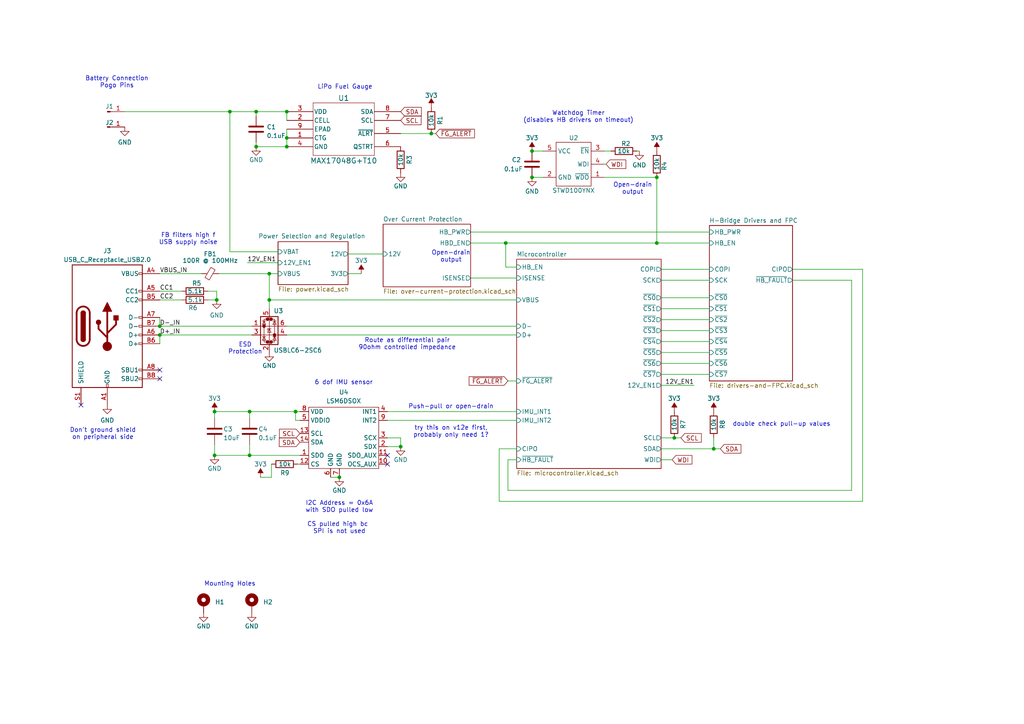
<source format=kicad_sch>
(kicad_sch (version 20231120) (generator "eeschema") (generator_version "8.0")
  (paper "A4")
  (lib_symbols
    (symbol "Connector:Conn_01x01_Pin" (pin_names (offset 1.016) hide)
      (property "Reference" "J" (at 0 2.54 0))
      (property "Value" "Conn_01x01_Pin" (at 0 -2.54 0))
      (symbol "Conn_01x01_Pin_1_1"
        (polyline (pts (xy 1.27 0) (xy 0.8636 0)) (stroke (width 0.1524)))
        (rectangle (start 0.8636 0.127) (end 0 -0.127) (stroke (width 0.1524)) (fill (type outline)))
        (pin passive line (at 5.08 0 180) (length 3.81) (name "Pin_1") (number "1"))
      )
    )
    (symbol "Connector:USB_C_Receptacle_USB2.0" (pin_names (offset 1.016))
      (property "Reference" "J6" (at 0 21.209 0))
      (property "Value" "USB_C_Receptacle_USB2.0" (at 0 18.669 0))
      (symbol "USB_C_Receptacle_USB2.0_0_0"
        (rectangle (start -0.254 -17.78) (end 0.254 -16.764))
        (rectangle (start 10.16 -14.986) (end 9.144 -15.494))
        (rectangle (start 10.16 -12.446) (end 9.144 -12.954))
        (rectangle (start 10.16 -4.826) (end 9.144 -5.334))
        (rectangle (start 10.16 -2.286) (end 9.144 -2.794))
        (rectangle (start 10.16 0.254) (end 9.144 -0.254))
        (rectangle (start 10.16 2.794) (end 9.144 2.286))
        (rectangle (start 10.16 7.874) (end 9.144 7.366))
        (rectangle (start 10.16 10.414) (end 9.144 9.906))
        (rectangle (start 10.16 15.494) (end 9.144 14.986))
      )
      (symbol "USB_C_Receptacle_USB2.0_0_1"
        (arc (start -8.89 -3.81) (mid -6.985 -5.7067) (end -5.08 -3.81) (stroke (width 0.508)))
        (arc (start -7.62 -3.81) (mid -6.985 -4.4423) (end -6.35 -3.81) (stroke (width 0.254)))
        (arc (start -7.62 -3.81) (mid -6.985 -4.4423) (end -6.35 -3.81) (stroke (width 0.254)) (fill (type outline)))
        (rectangle (start -7.62 -3.81) (end -6.35 3.81) (stroke (width 0.254)) (fill (type outline)))
        (arc (start -6.35 3.81) (mid -6.985 4.4423) (end -7.62 3.81) (stroke (width 0.254)))
        (arc (start -6.35 3.81) (mid -6.985 4.4423) (end -7.62 3.81) (stroke (width 0.254)) (fill (type outline)))
        (arc (start -5.08 3.81) (mid -6.985 5.7067) (end -8.89 3.81) (stroke (width 0.508)))
        (circle (center -2.54 1.143) (radius 0.635) (stroke (width 0.254)) (fill (type outline)))
        (circle (center 0 -5.842) (radius 1.27) (fill (type outline)))
        (polyline (pts (xy -8.89 -3.81) (xy -8.89 3.81)) (stroke (width 0.508)))
        (polyline (pts (xy -5.08 3.81) (xy -5.08 -3.81)) (stroke (width 0.508)))
        (polyline (pts (xy 0 -5.842) (xy 0 4.318)) (stroke (width 0.508)))
        (polyline (pts (xy 0 -3.302) (xy -2.54 -0.762) (xy -2.54 0.508)) (stroke (width 0.508)))
        (polyline (pts (xy 0 -2.032) (xy 2.54 0.508) (xy 2.54 1.778)) (stroke (width 0.508)))
        (polyline (pts (xy -1.27 4.318) (xy 0 6.858) (xy 1.27 4.318) (xy -1.27 4.318)) (stroke (width 0.254)) (fill (type outline)))
        (rectangle (start 1.905 1.778) (end 3.175 3.048) (stroke (width 0.254)) (fill (type outline)))
      )
      (symbol "USB_C_Receptacle_USB2.0_1_1"
        (rectangle (start -10.16 17.78) (end 10.16 -17.78) (stroke (width 0.254)))
        (pin passive line (at 0 -22.86 90) (length 5.08) (name "GND") (number "A1"))
        (pin passive line (at 0 -22.86 90) (length 5.08) hide (name "GND") (number "A12"))
        (pin passive line (at 15.24 15.24 180) (length 5.08) (name "VBUS") (number "A4"))
        (pin bidirectional line (at 15.24 10.16 180) (length 5.08) (name "CC1") (number "A5"))
        (pin bidirectional line (at 15.24 -2.54 180) (length 5.08) (name "D+") (number "A6"))
        (pin bidirectional line (at 15.24 2.54 180) (length 5.08) (name "D-") (number "A7"))
        (pin bidirectional line (at 15.24 -12.7 180) (length 5.08) (name "SBU1") (number "A8"))
        (pin passive line (at 15.24 15.24 180) (length 5.08) hide (name "VBUS") (number "A9"))
        (pin passive line (at 0 -22.86 90) (length 5.08) hide (name "GND") (number "B1"))
        (pin passive line (at 0 -22.86 90) (length 5.08) hide (name "GND") (number "B12"))
        (pin passive line (at 15.24 15.24 180) (length 5.08) hide (name "VBUS") (number "B4"))
        (pin bidirectional line (at 15.24 7.62 180) (length 5.08) (name "CC2") (number "B5"))
        (pin bidirectional line (at 15.24 -5.08 180) (length 5.08) (name "D+") (number "B6"))
        (pin bidirectional line (at 15.24 0 180) (length 5.08) (name "D-") (number "B7"))
        (pin bidirectional line (at 15.24 -15.24 180) (length 5.08) (name "SBU2") (number "B8"))
        (pin passive line (at 15.24 15.24 180) (length 5.08) hide (name "VBUS") (number "B9"))
        (pin passive line (at -7.62 -22.86 90) (length 5.08) (name "SHIELD") (number "S1"))
      )
    )
    (symbol "Device:C" (pin_numbers hide) (pin_names (offset 0.254))
      (property "Reference" "C" (at 0.635 2.54 0))
      (property "Value" "C" (at 0.635 -2.54 0))
      (symbol "C_0_1"
        (polyline (pts (xy -2.032 -0.762) (xy 2.032 -0.762)) (stroke (width 0.508)))
        (polyline (pts (xy -2.032 0.762) (xy 2.032 0.762)) (stroke (width 0.508)))
      )
      (symbol "C_1_1"
        (pin passive line (at 0 3.81 270) (length 2.794) (name "~") (number "1"))
        (pin passive line (at 0 -3.81 90) (length 2.794) (name "~") (number "2"))
      )
    )
    (symbol "Device:FerriteBead_Small" (pin_numbers hide) (pin_names (offset 0))
      (property "Reference" "FB" (at 1.905 1.27 0))
      (property "Value" "FerriteBead_Small" (at 1.905 -1.27 0))
      (symbol "FerriteBead_Small_0_1"
        (polyline (pts (xy 0 -1.27) (xy 0 -0.7874)))
        (polyline (pts (xy 0 0.889) (xy 0 1.2954)))
        (polyline (pts (xy -1.8288 0.2794) (xy -1.1176 1.4986) (xy 1.8288 -0.2032) (xy 1.1176 -1.4224) (xy -1.8288 0.2794)))
      )
      (symbol "FerriteBead_Small_1_1"
        (pin passive line (at 0 2.54 270) (length 1.27) (name "~") (number "1"))
        (pin passive line (at 0 -2.54 90) (length 1.27) (name "~") (number "2"))
      )
    )
    (symbol "Device:R" (pin_numbers hide) (pin_names (offset 0))
      (property "Reference" "R" (at 2.032 0 90))
      (property "Value" "R" (at 0 0 90))
      (symbol "R_0_1"
        (rectangle (start -1.016 -2.54) (end 1.016 2.54) (stroke (width 0.254)))
      )
      (symbol "R_1_1"
        (pin passive line (at 0 3.81 270) (length 1.27) (name "~") (number "1"))
        (pin passive line (at 0 -3.81 90) (length 1.27) (name "~") (number "2"))
      )
    )
    (symbol "Mechanical:MountingHole_Pad" (pin_numbers hide) (pin_names (offset 1.016) hide)
      (property "Reference" "H" (at 0 6.35 0))
      (property "Value" "MountingHole_Pad" (at 0 4.445 0))
      (symbol "MountingHole_Pad_0_1"
        (circle (center 0 1.27) (radius 1.27) (stroke (width 1.27)))
      )
      (symbol "MountingHole_Pad_1_1"
        (pin input line (at 0 -2.54 90) (length 2.54) (name "1") (number "1"))
      )
    )
    (symbol "Power_Protection:USBLC6-2SC6" (pin_names hide)
      (property "Reference" "U11" (at 1.6511 8.255 0))
      (property "Value" "USBLC6-2SC6" (at 1.6511 5.715 0))
      (symbol "USBLC6-2SC6_0_0"
        (circle (center -1.524 0) (radius 0.0001) (stroke (width 0.508)))
        (circle (center -0.508 -4.572) (radius 0.0001) (stroke (width 0.508)))
        (circle (center -0.508 2.032) (radius 0.0001) (stroke (width 0.508)))
        (circle (center 0.508 -4.572) (radius 0.0001) (stroke (width 0.508)))
        (circle (center 0.508 2.032) (radius 0.0001) (stroke (width 0.508)))
        (circle (center 1.524 -2.54) (radius 0.0001) (stroke (width 0.508)))
      )
      (symbol "USBLC6-2SC6_0_1"
        (polyline (pts (xy -2.54 -2.54) (xy 2.54 -2.54)))
        (polyline (pts (xy -2.54 0) (xy 2.54 0)))
        (polyline (pts (xy -2.032 -3.048) (xy -1.016 -3.048)))
        (polyline (pts (xy -1.016 1.524) (xy -2.032 1.524)))
        (polyline (pts (xy 1.016 -3.048) (xy 2.032 -3.048)))
        (polyline (pts (xy 1.016 1.524) (xy 2.032 1.524)))
        (polyline (pts (xy -0.508 -1.143) (xy -0.508 -0.762) (xy 0.508 -0.762)))
        (polyline (pts (xy -2.032 0.508) (xy -1.016 0.508) (xy -1.524 1.524) (xy -2.032 0.508)))
        (polyline (pts (xy -1.016 -4.064) (xy -2.032 -4.064) (xy -1.524 -3.048) (xy -1.016 -4.064)))
        (polyline (pts (xy 0.508 -1.778) (xy -0.508 -1.778) (xy 0 -0.762) (xy 0.508 -1.778)))
        (polyline (pts (xy 2.032 -4.064) (xy 1.016 -4.064) (xy 1.524 -3.048) (xy 2.032 -4.064)))
        (polyline (pts (xy 2.032 0.508) (xy 1.016 0.508) (xy 1.524 1.524) (xy 2.032 0.508)))
        (polyline (pts (xy 0 2.54) (xy -0.508 2.032) (xy 0.508 2.032) (xy 0 1.524) (xy 0 -4.064) (xy -0.508 -4.572) (xy 0.508 -4.572) (xy 0 -5.08)))
      )
      (symbol "USBLC6-2SC6_1_1"
        (rectangle (start -2.54 2.794) (end 2.54 -5.334) (stroke (width 0.254)))
        (polyline (pts (xy -0.508 2.032) (xy -1.524 2.032) (xy -1.524 -4.572) (xy -0.508 -4.572)))
        (polyline (pts (xy 0.508 -4.572) (xy 1.524 -4.572) (xy 1.524 2.032) (xy 0.508 2.032)))
        (pin passive line (at -5.08 0 0) (length 2.54) (name "I/O1") (number "1"))
        (pin passive line (at 0 -7.62 90) (length 2.54) (name "GND") (number "2"))
        (pin passive line (at -5.08 -2.54 0) (length 2.54) (name "I/O2") (number "3"))
        (pin passive line (at 5.08 -2.54 180) (length 2.54) (name "I/O2") (number "4"))
        (pin passive line (at 0 5.08 270) (length 2.54) (name "VBUS") (number "5"))
        (pin passive line (at 5.08 0 180) (length 2.54) (name "I/O1") (number "6"))
      )
    )
    (symbol "power:GND" (power) (pin_names (offset 0))
      (property "Value" "GND" (at 0 -3.81 0))
      (symbol "GND_0_1"
        (polyline (pts (xy 0 0) (xy 0 -1.27) (xy 1.27 -1.27) (xy 0 -2.54) (xy -1.27 -1.27) (xy 0 -1.27)))
      )
      (symbol "GND_1_1"
        (pin power_in line (at 0 0 270) (length 0) hide (name "GND") (number "1"))
      )
    )
    (symbol "v12e:3V3" (power) (pin_names (offset 0))
      (property "Value" "3V3" (at 0 3.81 0))
      (symbol "3V3_0_1"
        (polyline (pts (xy 0 0) (xy 0 2.54)))
        (polyline (pts (xy 0.762 1.27) (xy -0.762 1.27) (xy 0 2.54) (xy 0.762 1.27)) (fill (type outline)))
      )
      (symbol "3V3_1_1"
        (pin power_in line (at 0 0 90) (length 0) hide (name "3V3") (number "1"))
      )
    )
    (symbol "v12e:LSM6DSOX"
      (property "Reference" "U" (at -8.89 10.16 0))
      (symbol "LSM6DSOX_0_1"
        (polyline (pts (xy -10.16 8.89) (xy -10.16 -8.89) (xy 10.16 -8.89) (xy 10.16 8.89) (xy -10.16 8.89)))
      )
      (symbol "LSM6DSOX_1_1"
        (pin input line (at -12.7 -5.08 0) (length 2.54) (name "SDO") (number "1"))
        (pin input line (at 12.7 -7.62 180) (length 2.54) (name "OCS_AUX") (number "10"))
        (pin input line (at 12.7 -5.08 180) (length 2.54) (name "SDO_AUX") (number "11"))
        (pin input line (at -12.7 -7.62 0) (length 2.54) (name "CS") (number "12"))
        (pin input line (at -12.7 1.27 0) (length 2.54) (name "SCL") (number "13"))
        (pin input line (at -12.7 -1.27 0) (length 2.54) (name "SDA") (number "14"))
        (pin input line (at 12.7 -2.54 180) (length 2.54) (name "SDX") (number "2"))
        (pin input line (at 12.7 0 180) (length 2.54) (name "SCX") (number "3"))
        (pin input line (at 12.7 7.62 180) (length 2.54) (name "INT1") (number "4"))
        (pin input line (at -12.7 5.08 0) (length 2.54) (name "VDDIO") (number "5"))
        (pin input line (at -3.81 -11.43 90) (length 2.54) (name "GND") (number "6"))
        (pin input line (at -1.27 -11.43 90) (length 2.54) (name "GND") (number "7"))
        (pin input line (at -12.7 7.62 0) (length 2.54) (name "VDD") (number "8"))
        (pin input line (at 12.7 5.08 180) (length 2.54) (name "INT2") (number "9"))
      )
    )
    (symbol "v12e:MAX17048G+T10" (pin_names (offset 0.254))
      (property "Reference" "U" (at 0 8.89 0))
      (property "Value" "MAX17048G+T10" (at 0 -10.16 0))
      (symbol "MAX17048G+T10_0_1"
        (polyline (pts (xy -8.89 -7.62) (xy 8.89 -7.62)) (stroke (width 0.127)))
        (polyline (pts (xy -8.89 7.62) (xy -8.89 -7.62)) (stroke (width 0.127)))
        (polyline (pts (xy 8.89 -7.62) (xy 8.89 7.62)) (stroke (width 0.127)))
        (polyline (pts (xy 8.89 7.62) (xy -8.89 7.62)) (stroke (width 0.127)))
        (pin unspecified line (at -16.51 -2.54 0) (length 7.62) (name "CTG") (number "1"))
        (pin unspecified line (at -16.51 2.54 0) (length 7.62) (name "CELL") (number "2"))
        (pin power_in line (at -16.51 5.08 0) (length 7.62) (name "VDD") (number "3"))
        (pin power_in line (at -16.51 -5.08 0) (length 7.62) (name "GND") (number "4"))
        (pin input line (at 16.51 -5.08 180) (length 7.62) (name "QSTRT") (number "6"))
        (pin input line (at 16.51 2.54 180) (length 7.62) (name "SCL") (number "7"))
        (pin bidirectional line (at 16.51 5.08 180) (length 7.62) (name "SDA") (number "8"))
        (pin unspecified line (at -16.51 0 0) (length 7.62) (name "EPAD") (number "9"))
      )
      (symbol "MAX17048G+T10_1_1"
        (pin output line (at 16.51 -1.27 180) (length 7.62) (name "~{ALRT}") (number "5"))
      )
    )
    (symbol "v12e:STWD100"
      (property "Reference" "U" (at 0 7.62 0))
      (property "Value" "STWD100" (at 0 -7.62 0))
      (symbol "STWD100_0_1"
        (rectangle (start -5.08 6.35) (end 5.08 -6.35))
      )
      (symbol "STWD100_1_1"
        (pin output line (at 8.89 -3.81 180) (length 3.81) (name "~{WDO}") (number "1"))
        (pin power_in line (at -8.89 -3.81 0) (length 3.81) (name "GND") (number "2"))
        (pin input line (at 8.89 3.81 180) (length 3.81) (name "~{EN}") (number "3"))
        (pin input line (at 8.89 0 180) (length 3.81) (name "WDI") (number "4"))
        (pin power_in line (at -8.89 3.81 0) (length 3.81) (name "VCC") (number "5"))
      )
    )
    (symbol "v12e_driver:3V3" (power) (pin_names (offset 0))
      (property "Value" "3V3" (at 0 3.81 0))
      (symbol "3V3_0_1"
        (polyline (pts (xy 0 0) (xy 0 2.54)))
        (polyline (pts (xy 0.762 1.27) (xy -0.762 1.27) (xy 0 2.54) (xy 0.762 1.27)) (fill (type outline)))
      )
      (symbol "3V3_1_1"
        (pin power_in line (at 0 0 90) (length 0) hide (name "3V3") (number "1"))
      )
    )
  )
  (junction (at 83.185 32.385))
  (junction (at 72.39 119.38))
  (junction (at 46.355 94.615))
  (junction (at 85.725 119.38))
  (junction (at 78.105 79.375))
  (junction (at 154.305 43.815))
  (junction (at 62.865 86.995))
  (junction (at 46.355 97.155))
  (junction (at 83.185 40.005))
  (junction (at 146.685 70.485))
  (junction (at 125.095 38.735))
  (junction (at 190.5 51.435))
  (junction (at 66.675 32.385))
  (junction (at 195.58 127))
  (junction (at 154.305 51.435))
  (junction (at 62.23 132.08))
  (junction (at 74.295 32.385))
  (junction (at 207.01 130.175))
  (junction (at 78.105 86.995))
  (junction (at 190.5 70.485))
  (junction (at 74.295 42.545))
  (junction (at 98.425 138.43))
  (junction (at 116.205 129.54))
  (junction (at 72.39 132.08))
  (junction (at 83.185 42.545))
  (junction (at 62.23 119.38))
  (no_connect (at 112.395 134.62))
  (no_connect (at 112.395 132.08))
  (no_connect (at 23.495 117.475))
  (no_connect (at 46.355 109.855))
  (no_connect (at 46.355 107.315))
  (wire (pts (xy 154.305 51.435) (xy 157.48 51.435)))
  (wire (pts (xy 83.185 40.005) (xy 83.185 42.545)))
  (wire (pts (xy 71.755 76.2) (xy 80.645 76.2)))
  (wire (pts (xy 74.295 41.275) (xy 74.295 42.545)))
  (wire (pts (xy 136.525 80.645) (xy 149.86 80.645)))
  (wire (pts (xy 78.74 138.43) (xy 75.565 138.43)))
  (wire (pts (xy 146.685 70.485) (xy 190.5 70.485)))
  (wire (pts (xy 116.205 127) (xy 116.205 129.54)))
  (wire (pts (xy 78.105 79.375) (xy 80.645 79.375)))
  (wire (pts (xy 136.525 70.485) (xy 146.685 70.485)))
  (wire (pts (xy 191.77 133.35) (xy 194.945 133.35)))
  (wire (pts (xy 46.355 97.155) (xy 73.025 97.155)))
  (wire (pts (xy 147.32 133.35) (xy 149.86 133.35)))
  (wire (pts (xy 72.39 121.285) (xy 72.39 119.38)))
  (wire (pts (xy 190.5 51.435) (xy 190.5 70.485)))
  (wire (pts (xy 78.74 134.62) (xy 78.74 138.43)))
  (wire (pts (xy 46.355 92.075) (xy 46.355 94.615)))
  (wire (pts (xy 191.77 105.41) (xy 205.74 105.41)))
  (wire (pts (xy 62.865 84.455) (xy 62.865 86.995)))
  (wire (pts (xy 86.36 134.62) (xy 86.995 134.62)))
  (wire (pts (xy 207.01 130.175) (xy 208.915 130.175)))
  (wire (pts (xy 74.295 32.385) (xy 83.185 32.385)))
  (wire (pts (xy 63.5 79.375) (xy 78.105 79.375)))
  (wire (pts (xy 100.965 73.66) (xy 111.125 73.66)))
  (wire (pts (xy 149.86 130.175) (xy 144.78 130.175)))
  (wire (pts (xy 146.685 77.47) (xy 146.685 70.485)))
  (wire (pts (xy 191.77 81.28) (xy 205.74 81.28)))
  (wire (pts (xy 85.725 121.92) (xy 86.995 121.92)))
  (wire (pts (xy 74.295 42.545) (xy 83.185 42.545)))
  (wire (pts (xy 112.395 119.38) (xy 149.86 119.38)))
  (wire (pts (xy 66.675 32.385) (xy 74.295 32.385)))
  (wire (pts (xy 112.395 121.92) (xy 149.86 121.92)))
  (wire (pts (xy 112.395 127) (xy 116.205 127)))
  (wire (pts (xy 72.39 119.38) (xy 85.725 119.38)))
  (wire (pts (xy 191.77 99.06) (xy 205.74 99.06)))
  (wire (pts (xy 136.525 67.31) (xy 205.74 67.31)))
  (wire (pts (xy 83.185 97.155) (xy 149.86 97.155)))
  (wire (pts (xy 191.77 89.535) (xy 205.74 89.535)))
  (wire (pts (xy 62.23 128.905) (xy 62.23 132.08)))
  (wire (pts (xy 147.32 110.49) (xy 149.86 110.49)))
  (wire (pts (xy 177.165 43.815) (xy 175.26 43.815)))
  (wire (pts (xy 66.675 73.025) (xy 80.645 73.025)))
  (wire (pts (xy 46.355 84.455) (xy 52.705 84.455)))
  (wire (pts (xy 185.42 43.815) (xy 184.785 43.815)))
  (wire (pts (xy 191.77 127) (xy 195.58 127)))
  (wire (pts (xy 46.355 97.155) (xy 46.355 99.695)))
  (wire (pts (xy 78.105 79.375) (xy 78.105 86.995)))
  (wire (pts (xy 175.26 51.435) (xy 190.5 51.435)))
  (wire (pts (xy 250.19 145.415) (xy 250.19 78.105)))
  (wire (pts (xy 72.39 132.08) (xy 86.995 132.08)))
  (wire (pts (xy 60.325 86.995) (xy 62.865 86.995)))
  (wire (pts (xy 62.23 119.38) (xy 72.39 119.38)))
  (wire (pts (xy 125.095 38.735) (xy 126.365 38.735)))
  (wire (pts (xy 191.77 111.76) (xy 201.295 111.76)))
  (wire (pts (xy 100.965 79.375) (xy 104.775 79.375)))
  (wire (pts (xy 95.885 138.43) (xy 98.425 138.43)))
  (wire (pts (xy 191.77 95.885) (xy 205.74 95.885)))
  (wire (pts (xy 60.325 84.455) (xy 62.865 84.455)))
  (wire (pts (xy 62.23 132.08) (xy 72.39 132.08)))
  (wire (pts (xy 149.86 77.47) (xy 146.685 77.47)))
  (wire (pts (xy 78.105 86.995) (xy 149.86 86.995)))
  (wire (pts (xy 83.185 32.385) (xy 83.185 34.925)))
  (wire (pts (xy 46.355 79.375) (xy 58.42 79.375)))
  (wire (pts (xy 78.105 86.995) (xy 78.105 89.535)))
  (wire (pts (xy 147.32 142.24) (xy 147.32 133.35)))
  (wire (pts (xy 191.77 86.36) (xy 205.74 86.36)))
  (wire (pts (xy 191.77 92.71) (xy 205.74 92.71)))
  (wire (pts (xy 46.355 86.995) (xy 52.705 86.995)))
  (wire (pts (xy 250.19 78.105) (xy 229.87 78.105)))
  (wire (pts (xy 144.78 145.415) (xy 250.19 145.415)))
  (wire (pts (xy 175.26 47.625) (xy 175.768 47.625)))
  (wire (pts (xy 46.355 94.615) (xy 73.025 94.615)))
  (wire (pts (xy 62.23 121.285) (xy 62.23 119.38)))
  (wire (pts (xy 229.87 81.28) (xy 247.015 81.28)))
  (wire (pts (xy 116.205 38.735) (xy 125.095 38.735)))
  (wire (pts (xy 83.185 94.615) (xy 149.86 94.615)))
  (wire (pts (xy 247.015 142.24) (xy 147.32 142.24)))
  (wire (pts (xy 191.77 130.175) (xy 207.01 130.175)))
  (wire (pts (xy 191.77 108.585) (xy 205.74 108.585)))
  (wire (pts (xy 74.295 32.385) (xy 74.295 33.655)))
  (wire (pts (xy 157.48 43.815) (xy 154.305 43.815)))
  (wire (pts (xy 191.77 102.235) (xy 205.74 102.235)))
  (wire (pts (xy 36.195 32.385) (xy 66.675 32.385)))
  (wire (pts (xy 72.39 128.905) (xy 72.39 132.08)))
  (wire (pts (xy 83.185 37.465) (xy 83.185 40.005)))
  (wire (pts (xy 144.78 130.175) (xy 144.78 145.415)))
  (wire (pts (xy 85.725 119.38) (xy 86.995 119.38)))
  (wire (pts (xy 195.58 127) (xy 197.485 127)))
  (wire (pts (xy 191.77 78.105) (xy 205.74 78.105)))
  (wire (pts (xy 85.725 119.38) (xy 85.725 121.92)))
  (wire (pts (xy 190.5 70.485) (xy 205.74 70.485)))
  (wire (pts (xy 112.395 129.54) (xy 116.205 129.54)))
  (wire (pts (xy 66.675 73.025) (xy 66.675 32.385)))
  (wire (pts (xy 247.015 81.28) (xy 247.015 142.24)))
  (wire (pts (xy 207.01 127) (xy 207.01 130.175)))
  (text "Watchdog Timer\n(disables HB drivers on timeout)" (at 167.767 35.687 0) (effects (font (size 1.27 1.27)) (justify bottom)))
  (text "try this on v12e first,\nprobably only need 1?" (at 130.81 127 0) (effects (font (size 1.27 1.27)) (justify bottom)))
  (text "double check pull-up values" (at 226.695 123.825 0) (effects (font (size 1.27 1.27)) (justify bottom)))
  (text "LiPo Fuel Gauge" (at 92.075 26.035 0) (effects (font (size 1.27 1.27)) (justify left bottom)))
  (text "ESD\nProtection" (at 71.12 102.87 0) (effects (font (size 1.27 1.27)) (justify bottom)))
  (text "6 dof IMU sensor" (at 99.695 111.76 0) (effects (font (size 1.27 1.27)) (justify bottom)))
  (text "Don't ground shield\non peripheral side" (at 29.845 127.635 0) (effects (font (size 1.27 1.27)) (justify bottom)))
  (text "Open-drain\noutput" (at 130.81 76.2 0) (effects (font (size 1.27 1.27)) (justify bottom)))
  (text "I2C Address = 0x6A\nwith SDO pulled low\n\nCS pulled high bc \nSPI is not used" (at 98.425 154.94 0) (effects (font (size 1.27 1.27)) (justify bottom)))
  (text "Mounting Holes" (at 66.675 170.18 0) (effects (font (size 1.27 1.27)) (justify bottom)))
  (text "Battery Connection\nPogo Pins" (at 33.909 25.654 0) (effects (font (size 1.27 1.27)) (justify bottom)))
  (text "Route as differential pair\n90ohm controlled impedance" (at 118.11 101.6 0) (effects (font (size 1.27 1.27)) (justify bottom)))
  (text "Push-pull or open-drain" (at 130.81 118.745 0) (effects (font (size 1.27 1.27)) (justify bottom)))
  (text "Open-drain\noutput" (at 183.515 56.515 0) (effects (font (size 1.27 1.27)) (justify bottom)))
  (text "FB filters high f\nUSB supply noise" (at 54.61 71.12 0) (effects (font (size 1.27 1.27)) (justify bottom)))
  (label "CC2" (at 46.355 86.995 0))
  (label "VBUS_IN" (at 46.355 79.375 0))
  (label "D+_IN" (at 46.355 97.155 0))
  (label "CC1" (at 46.355 84.455 0))
  (label "12V_EN1" (at 201.295 111.76 180))
  (label "12V_EN1" (at 71.755 76.2 0))
  (label "D-_IN" (at 46.355 94.615 0))
  (global_label "SDA" (shape input) (at 208.915 130.175 0) (property "Intersheetrefs" "${INTERSHEET_REFS}" (effects (hide yes))))
  (global_label "WDI" (shape input) (at 194.945 133.35 0) (property "Intersheetrefs" "${INTERSHEET_REFS}" (effects (hide yes))))
  (global_label "~{FG_ALERT}" (shape input) (at 126.365 38.735 0) (property "Intersheetrefs" "${INTERSHEET_REFS}" (effects (hide yes))))
  (global_label "SCL" (shape input) (at 197.485 127 0) (property "Intersheetrefs" "${INTERSHEET_REFS}" (effects (hide yes))))
  (global_label "SDA" (shape input) (at 86.995 128.27 180) (property "Intersheetrefs" "${INTERSHEET_REFS}" (effects (hide yes))))
  (global_label "WDI" (shape input) (at 175.768 47.625 0) (property "Intersheetrefs" "${INTERSHEET_REFS}" (effects (hide yes))))
  (global_label "~{FG_ALERT}" (shape input) (at 147.32 110.49 180) (property "Intersheetrefs" "${INTERSHEET_REFS}" (effects (hide yes))))
  (global_label "SCL" (shape input) (at 86.995 125.73 180) (property "Intersheetrefs" "${INTERSHEET_REFS}" (effects (hide yes))))
  (global_label "SDA" (shape input) (at 116.205 32.385 0) (property "Intersheetrefs" "${INTERSHEET_REFS}" (effects (hide yes))))
  (global_label "SCL" (shape input) (at 116.205 34.925 0) (property "Intersheetrefs" "${INTERSHEET_REFS}" (effects (hide yes))))
  (symbol (lib_id "Device:C") (at 62.23 125.095 0) (unit 1)
    (property "Reference" "C3" (at 64.77 124.46 0) (effects (justify left)))
    (property "Value" "10uF" (at 64.77 127 0) (effects (justify left)))
    (property "Footprint" "Capacitor_SMD:C_0402_1005Metric" (effects (hide yes)))
    (property "JLCPCB Part #" "C15525" (effects (hide yes)))
  )
  (symbol (lib_id "Connector:USB_C_Receptacle_USB2.0") (at 31.115 94.615 0) (unit 1)
    (property "Reference" "J3" (at 31.115 72.771 0))
    (property "Value" "USB_C_Receptacle_USB2.0" (at 31.115 75.311 0))
    (property "Footprint" "Connector_USB:USB_C_Receptacle_G-Switch_GT-USB-7010ASV" (effects (hide yes)))
    (property "Datasheet" "https://www.usb.org/sites/default/files/documents/usb_type-c.zip" (effects (hide yes)))
    (property "JLCPCB Part #" "C2988369" (effects (hide yes)))
  )
  (symbol (lib_id "Mechanical:MountingHole_Pad") (at 59.055 175.26 0) (unit 1) (in_bom no)
    (property "Reference" "H1" (at 62.357 174.625 0) (effects (justify left)))
    (property "Value" "MountingHole_Pad" (effects (hide yes)))
    (property "Footprint" "nrf52-controller:MountingHole_1.8mm_M1.6_Pad_TopBottom" (effects (hide yes)))
  )
  (symbol (lib_id "power:GND") (at 78.105 102.235 0) (unit 1)
    (property "Reference" "#PWR011" (effects (hide yes)))
    (property "Value" "GND" (at 78.105 106.045 0))
  )
  (symbol (lib_id "power:GND") (at 59.055 177.8 0) (unit 1)
    (property "Reference" "#PWR020" (effects (hide yes)))
    (property "Value" "GND" (at 59.055 181.61 0))
  )
  (symbol (lib_id "power:GND") (at 73.025 177.8 0) (unit 1)
    (property "Reference" "#PWR021" (effects (hide yes)))
    (property "Value" "GND" (at 73.025 181.61 0))
  )
  (symbol (lib_id "power:GND") (at 116.205 129.54 0) (unit 1)
    (property "Reference" "#PWR016" (effects (hide yes)))
    (property "Value" "GND" (at 116.205 133.35 0))
  )
  (symbol (lib_id "power:GND") (at 154.305 51.435 0) (unit 1)
    (property "Reference" "#PWR08" (effects (hide yes)))
    (property "Value" "GND" (at 154.305 55.499 0))
  )
  (symbol (lib_id "Device:C") (at 74.295 37.465 0) (unit 1)
    (property "Reference" "C1" (at 77.343 36.83 0) (effects (justify left)))
    (property "Value" "0.1uF" (at 77.343 39.37 0) (effects (justify left)))
    (property "Footprint" "Capacitor_SMD:C_0402_1005Metric" (effects (hide yes)))
    (property "JLCPCB Part #" "C880603" (effects (hide yes)))
  )
  (symbol (lib_id "power:GND") (at 36.195 36.83 0) (unit 1)
    (property "Reference" "#PWR02" (effects (hide yes)))
    (property "Value" "GND" (at 36.195 41.275 0))
  )
  (symbol (lib_id "v12e_driver:3V3") (at 190.5 43.815 0) (unit 1)
    (property "Reference" "#PWR06" (effects (hide yes)))
    (property "Value" "3V3" (at 190.5 40.005 0))
  )
  (symbol (lib_id "Device:R") (at 56.515 86.995 270) (unit 1)
    (property "Reference" "R6" (at 54.61 89.281 90) (effects (justify left)))
    (property "Value" "5.1k" (at 54.483 86.995 90) (effects (justify left)))
    (property "Footprint" "Resistor_SMD:R_0402_1005Metric" (effects (hide yes)))
    (property "JLCPCB Part #" "C25905" (effects (hide yes)))
  )
  (symbol (lib_id "power:GND") (at 98.425 138.43 0) (unit 1)
    (property "Reference" "#PWR019" (effects (hide yes)))
    (property "Value" "GND" (at 98.425 142.24 0))
  )
  (symbol (lib_id "power:GND") (at 31.115 117.475 0) (unit 1)
    (property "Reference" "#PWR012" (effects (hide yes)))
    (property "Value" "GND" (at 31.115 121.92 0))
  )
  (symbol (lib_id "Device:R") (at 56.515 84.455 90) (unit 1)
    (property "Reference" "R5" (at 58.42 82.169 90) (effects (justify left)))
    (property "Value" "5.1k" (at 58.674 84.455 90) (effects (justify left)))
    (property "Footprint" "Resistor_SMD:R_0402_1005Metric" (effects (hide yes)))
    (property "JLCPCB Part #" "C25905" (effects (hide yes)))
  )
  (symbol (lib_id "power:GND") (at 74.295 42.545 0) (unit 1)
    (property "Reference" "#PWR03" (effects (hide yes)))
    (property "Value" "GND" (at 74.295 46.355 0))
  )
  (symbol (lib_id "Device:FerriteBead_Small") (at 60.96 79.375 90) (unit 1)
    (property "Reference" "FB1" (at 60.96 73.66 90))
    (property "Value" "100R @ 100MHz" (at 60.96 75.565 90))
    (property "Footprint" "Capacitor_SMD:C_0805_2012Metric" (effects (hide yes)))
    (property "Description" "Ferrite bead, small symbol" (effects (hide yes)))
    (property "JLCPCB Part #" "C1015" (effects (hide yes)))
  )
  (symbol (lib_id "v12e:3V3") (at 125.095 31.115 0) (unit 1)
    (property "Reference" "#PWR01" (effects (hide yes)))
    (property "Value" "3V3" (at 125.095 27.686 0))
  )
  (symbol (lib_id "Device:R") (at 125.095 34.925 0) (unit 1)
    (property "Reference" "R1" (at 127.635 34.925 90))
    (property "Value" "10k" (at 125.095 34.925 90))
    (property "Footprint" "Resistor_SMD:R_0402_1005Metric" (effects (hide yes)))
    (property "JLCPCB Part #" "C25744" (effects (hide yes)))
  )
  (symbol (lib_id "v12e_driver:3V3") (at 104.775 79.375 0) (unit 1)
    (property "Reference" "#PWR09" (effects (hide yes)))
    (property "Value" "3V3" (at 104.775 75.565 0))
  )
  (symbol (lib_id "Connector:Conn_01x01_Pin") (at 31.115 32.385 0) (unit 1)
    (property "Reference" "J1" (at 31.75 30.861 0))
    (property "Value" "Conn_01x01_Pin" (effects (hide yes)))
    (property "Footprint" "nrf52-controller:POGO_2mm-base_0.9mm-through-hole" (effects (hide yes)))
    (property "JLCPCB Part #" "C5157348" (effects (hide yes)))
  )
  (symbol (lib_id "v12e_driver:3V3") (at 195.58 119.38 0) (unit 1)
    (property "Reference" "#PWR014" (effects (hide yes)))
    (property "Value" "3V3" (at 195.58 115.57 0))
  )
  (symbol (lib_id "v12e_driver:3V3") (at 75.565 138.43 0) (unit 1)
    (property "Reference" "#PWR018" (effects (hide yes)))
    (property "Value" "3V3" (at 75.565 134.62 0))
  )
  (symbol (lib_id "Device:R") (at 82.55 134.62 270) (unit 1)
    (property "Reference" "R9" (at 81.28 137.16 90) (effects (justify left)))
    (property "Value" "10k" (at 80.772 134.62 90) (effects (justify left)))
    (property "Footprint" "Resistor_SMD:R_0402_1005Metric" (effects (hide yes)))
    (property "JLCPCB Part #" "C25744" (effects (hide yes)))
  )
  (symbol (lib_id "v12e:STWD100") (at 166.37 47.625 0) (unit 1)
    (property "Reference" "U2" (at 166.37 40.005 0))
    (property "Value" "STWD100YNX" (at 166.37 55.245 0))
    (property "Footprint" "Package_TO_SOT_SMD:SOT-23-5" (effects (hide yes)))
    (property "Datasheet" "https://www.st.com/content/ccc/resource/technical/document/datasheet/06/6a/b3/83/9a/c7/4f/22/CD00176077.pdf/files/CD00176077.pdf/jcr:content/translations/en.CD00176077.pdf" (effects (hide yes)))
    (property "JLCPCB Part #" "C1354132" (effects (hide yes)))
  )
  (symbol (lib_id "Device:R") (at 180.975 43.815 90) (unit 1)
    (property "Reference" "R2" (at 182.88 41.656 90) (effects (justify left)))
    (property "Value" "10k" (at 182.753 43.815 90) (effects (justify left)))
    (property "Footprint" "Resistor_SMD:R_0402_1005Metric" (effects (hide yes)))
    (property "JLCPCB Part #" "C25744" (effects (hide yes)))
  )
  (symbol (lib_id "v12e_driver:3V3") (at 62.23 119.38 0) (unit 1)
    (property "Reference" "#PWR013" (effects (hide yes)))
    (property "Value" "3V3" (at 62.23 115.57 0))
  )
  (symbol (lib_id "power:GND") (at 62.23 132.08 0) (unit 1)
    (property "Reference" "#PWR017" (effects (hide yes)))
    (property "Value" "GND" (at 62.23 135.89 0))
  )
  (symbol (lib_id "v12e:MAX17048G+T10") (at 99.695 37.465 0) (unit 1)
    (property "Reference" "U1" (at 99.695 28.448 0) (effects (font (size 1.524 1.524))))
    (property "Value" "MAX17048G+T10" (at 99.695 46.609 0) (effects (font (size 1.524 1.524))))
    (property "Footprint" "nrf52-controller:21-0168E_T822-3_MXM" (effects (hide yes)))
    (property "Datasheet" "MAX17048G+T10" (effects (hide yes)))
    (property "JLCPCB Part #" "C2682616" (effects (hide yes)))
  )
  (symbol (lib_id "v12e:LSM6DSOX") (at 99.695 127 0) (unit 1)
    (property "Reference" "U4" (at 99.695 113.03 0) (effects (justify top)))
    (property "Value" "LSM6DSOX" (at 99.695 115.57 0) (effects (justify top)))
    (property "Footprint" "nrf52-controller:LGA-14L_STM" (effects (hide yes)))
    (property "JLCPCB Part #" "C481766" (effects (hide yes)))
  )
  (symbol (lib_id "power:GND") (at 116.205 50.165 0) (unit 1)
    (property "Reference" "#PWR07" (effects (hide yes)))
    (property "Value" "GND" (at 116.205 53.975 0))
  )
  (symbol (lib_id "power:GND") (at 185.42 43.815 0) (unit 1)
    (property "Reference" "#PWR05" (effects (hide yes)))
    (property "Value" "GND" (at 185.42 47.879 0))
  )
  (symbol (lib_id "Power_Protection:USBLC6-2SC6") (at 78.105 94.615 0) (unit 1)
    (property "Reference" "U3" (at 79.375 90.17 0) (effects (justify left)))
    (property "Value" "USBLC6-2SC6" (at 79.375 101.6 0) (effects (justify left)))
    (property "Footprint" "Package_TO_SOT_SMD:SOT-23-6" (effects (hide yes)))
    (property "Datasheet" "https://www.st.com/resource/en/datasheet/usblc6-2.pdf" (effects (hide yes)))
    (property "Description" "Very low capacitance ESD protection diode, 2 data-line, SOT-23-6" (effects (hide yes)))
  )
  (symbol (lib_id "Device:C") (at 154.305 47.625 0) (mirror y) (unit 1)
    (property "Reference" "C2" (at 151.13 46.355 0) (effects (justify left)))
    (property "Value" "0.1uF" (at 151.638 49.022 0) (effects (justify left)))
    (property "Footprint" "Capacitor_SMD:C_0402_1005Metric" (effects (hide yes)))
    (property "JLCPCB Part #" "C880603" (effects (hide yes)))
  )
  (symbol (lib_id "Device:R") (at 207.01 123.19 0) (unit 1)
    (property "Reference" "R8" (at 209.55 124.46 90) (effects (justify left)))
    (property "Value" "10k" (at 207.01 124.968 90) (effects (justify left)))
    (property "Footprint" "Resistor_SMD:R_0402_1005Metric" (effects (hide yes)))
    (property "JLCPCB Part #" "C25744" (effects (hide yes)))
  )
  (symbol (lib_id "Mechanical:MountingHole_Pad") (at 73.025 175.26 0) (unit 1) (in_bom no)
    (property "Reference" "H2" (at 76.327 174.625 0) (effects (justify left)))
    (property "Value" "MountingHole_Pad" (effects (hide yes)))
    (property "Footprint" "nrf52-controller:MountingHole_1.8mm_M1.6_Pad_TopBottom" (effects (hide yes)))
  )
  (symbol (lib_id "Device:R") (at 190.5 47.625 0) (unit 1)
    (property "Reference" "R4" (at 192.659 49.53 90) (effects (justify left)))
    (property "Value" "10k" (at 190.5 49.403 90) (effects (justify left)))
    (property "Footprint" "Resistor_SMD:R_0402_1005Metric" (effects (hide yes)))
    (property "JLCPCB Part #" "C25744" (effects (hide yes)))
  )
  (symbol (lib_id "Device:R") (at 116.205 46.355 0) (unit 1)
    (property "Reference" "R3" (at 118.745 46.355 90))
    (property "Value" "10k" (at 116.205 46.355 90))
    (property "Footprint" "Resistor_SMD:R_0402_1005Metric" (effects (hide yes)))
    (property "JLCPCB Part #" "C25744" (effects (hide yes)))
  )
  (symbol (lib_id "power:GND") (at 62.865 86.995 0) (unit 1)
    (property "Reference" "#PWR010" (effects (hide yes)))
    (property "Value" "GND" (at 62.865 91.44 0))
  )
  (symbol (lib_id "v12e_driver:3V3") (at 154.305 43.815 0) (unit 1)
    (property "Reference" "#PWR04" (effects (hide yes)))
    (property "Value" "3V3" (at 154.305 40.005 0))
  )
  (symbol (lib_id "Connector:Conn_01x01_Pin") (at 31.115 36.83 0) (unit 1)
    (property "Reference" "J2" (at 31.75 35.56 0))
    (property "Value" "Conn_01x01_Pin" (effects (hide yes)))
    (property "Footprint" "nrf52-controller:POGO_2mm-base_0.9mm-through-hole" (effects (hide yes)))
    (property "JLCPCB Part #" "C5157348" (effects (hide yes)))
  )
  (symbol (lib_id "Device:C") (at 72.39 125.095 0) (unit 1)
    (property "Reference" "C4" (at 74.93 124.46 0) (effects (justify left)))
    (property "Value" "0.1uF" (at 74.93 127 0) (effects (justify left)))
    (property "Footprint" "Capacitor_SMD:C_0402_1005Metric" (effects (hide yes)))
    (property "JLCPCB Part #" "C880603" (effects (hide yes)))
  )
  (symbol (lib_id "v12e_driver:3V3") (at 207.01 119.38 0) (unit 1)
    (property "Reference" "#PWR015" (effects (hide yes)))
    (property "Value" "3V3" (at 207.01 115.57 0))
  )
  (symbol (lib_id "Device:R") (at 195.58 123.19 0) (unit 1)
    (property "Reference" "R7" (at 198.12 124.46 90) (effects (justify left)))
    (property "Value" "10k" (at 195.58 124.968 90) (effects (justify left)))
    (property "Footprint" "Resistor_SMD:R_0402_1005Metric" (effects (hide yes)))
    (property "JLCPCB Part #" "C25744" (effects (hide yes)))
  )
  (sheet (at 80.645 70.104) (size 20.32 12.446) (stroke (width 0.1524))
    (property "Sheetname" "Power Selection and Regulation" (at 74.93 69.215 0) (effects (justify left bottom)))
    (property "Sheetfile" "power.kicad_sch" (at 80.645 83.1346 0) (effects (justify left top)))
    (pin "VBUS" input (at 80.645 79.375 180))
    (pin "VBAT" input (at 80.645 73.025 180))
    (pin "12V" output (at 100.965 73.66 0))
    (pin "3V3" output (at 100.965 79.375 0))
    (pin "12V_EN1" input (at 80.645 76.2 180))
  )
  (sheet (at 205.74 65.405) (size 24.13 45.085) (stroke (width 0.1524))
    (property "Sheetname" "H-Bridge Drivers and FPC" (at 205.74 64.6934 0) (effects (justify left bottom)))
    (property "Sheetfile" "drivers-and-FPC.kicad_sch" (at 205.74 111.0746 0) (effects (justify left top)))
    (pin "SCK" input (at 205.74 81.28 180))
    (pin "CIPO" output (at 229.87 78.105 0))
    (pin "COPI" input (at 205.74 78.105 180))
    (pin "HB_EN" input (at 205.74 70.485 180))
    (pin "HB_PWR" input (at 205.74 67.31 180))
    (pin "~{CS4}" input (at 205.74 99.06 180))
    (pin "~{CS1}" input (at 205.74 89.535 180))
    (pin "~{CS2}" input (at 205.74 92.71 180))
    (pin "~{CS3}" input (at 205.74 95.885 180))
    (pin "~{HB_FAULT}" output (at 229.87 81.28 0))
    (pin "~{CS7}" input (at 205.74 108.585 180))
    (pin "~{CS5}" input (at 205.74 102.235 180))
    (pin "~{CS6}" input (at 205.74 105.41 180))
    (pin "~{CS0}" input (at 205.74 86.36 180))
  )
  (sheet (at 111.125 65.024) (size 25.4 18.161) (stroke (width 0.1524))
    (property "Sheetname" "Over Current Protection" (at 111.125 64.3124 0) (effects (justify left bottom)))
    (property "Sheetfile" "over-current-protection.kicad_sch" (at 111.125 83.7696 0) (effects (justify left top)))
    (pin "HBD_EN" output (at 136.525 70.485 0))
    (pin "ISENSE" output (at 136.525 80.645 0))
    (pin "12V" input (at 111.125 73.66 180))
    (pin "HB_PWR" output (at 136.525 67.31 0))
  )
  (sheet (at 149.86 75.184) (size 41.91 60.706) (stroke (width 0.1524))
    (property "Sheetname" "Microcontroller" (at 149.86 74.4724 0) (effects (justify left bottom)))
    (property "Sheetfile" "microcontroller.kicad_sch" (at 149.86 136.4746 0) (effects (justify left top)))
    (pin "SDA" output (at 191.77 130.175 0))
    (pin "SCL" output (at 191.77 127 0))
    (pin "WDI" output (at 191.77 133.35 0))
    (pin "ISENSE" input (at 149.86 80.645 180))
    (pin "D+" input (at 149.86 97.155 180))
    (pin "D-" input (at 149.86 94.615 180))
    (pin "~{HB_FAULT}" input (at 149.86 133.35 180))
    (pin "~{FG_ALERT}" input (at 149.86 110.49 180))
    (pin "CIPO" input (at 149.86 130.175 180))
    (pin "HB_EN" input (at 149.86 77.47 180))
    (pin "SCK" output (at 191.77 81.28 0))
    (pin "COPI" output (at 191.77 78.105 0))
    (pin "~{CS1}" output (at 191.77 89.535 0))
    (pin "~{CS6}" output (at 191.77 105.41 0))
    (pin "~{CS2}" output (at 191.77 92.71 0))
    (pin "~{CS3}" output (at 191.77 95.885 0))
    (pin "~{CS4}" output (at 191.77 99.06 0))
    (pin "~{CS5}" output (at 191.77 102.235 0))
    (pin "~{CS7}" output (at 191.77 108.585 0))
    (pin "IMU_INT1" input (at 149.86 119.38 180))
    (pin "IMU_INT2" input (at 149.86 121.92 180))
    (pin "~{CS0}" output (at 191.77 86.36 0))
    (pin "VBUS" input (at 149.86 86.995 180))
    (pin "12V_EN1" output (at 191.77 111.76 0))
  )
)
</source>
